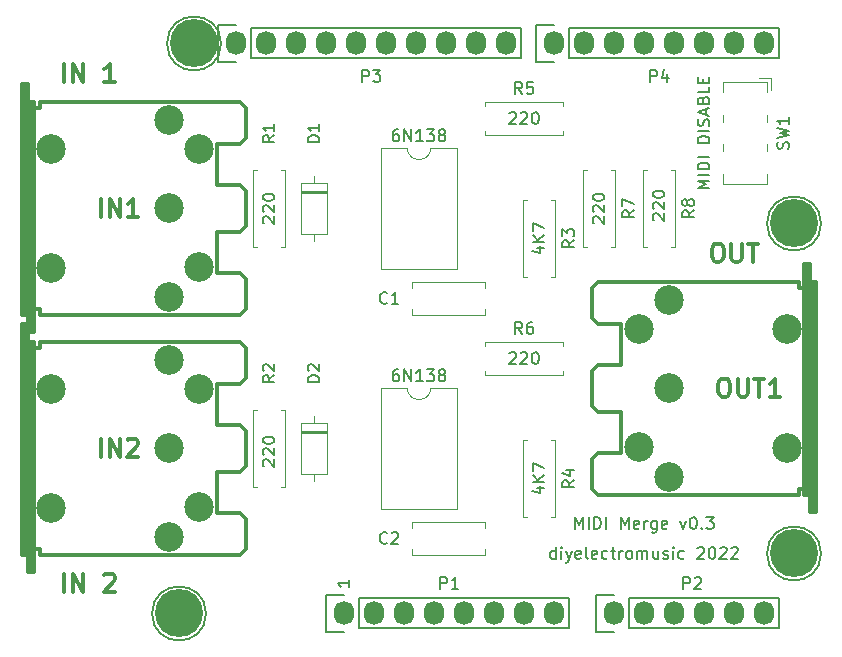
<source format=gbr>
%TF.GenerationSoftware,KiCad,Pcbnew,(6.0.5)*%
%TF.CreationDate,2022-06-13T14:52:15+01:00*%
%TF.ProjectId,ArduinoUnoMIDIMergeShield,41726475-696e-46f5-956e-6f4d4944494d,rev?*%
%TF.SameCoordinates,Original*%
%TF.FileFunction,Legend,Top*%
%TF.FilePolarity,Positive*%
%FSLAX46Y46*%
G04 Gerber Fmt 4.6, Leading zero omitted, Abs format (unit mm)*
G04 Created by KiCad (PCBNEW (6.0.5)) date 2022-06-13 14:52:15*
%MOMM*%
%LPD*%
G01*
G04 APERTURE LIST*
%ADD10C,0.200000*%
%ADD11C,0.150000*%
%ADD12C,0.304800*%
%ADD13C,0.120000*%
%ADD14O,1.727200X2.032000*%
%ADD15C,4.064000*%
%ADD16C,2.499360*%
G04 APERTURE END LIST*
D10*
X158504666Y-116657380D02*
X158504666Y-115657380D01*
X158838000Y-116371666D01*
X159171333Y-115657380D01*
X159171333Y-116657380D01*
X159647523Y-116657380D02*
X159647523Y-115657380D01*
X160123714Y-116657380D02*
X160123714Y-115657380D01*
X160361809Y-115657380D01*
X160504666Y-115705000D01*
X160599904Y-115800238D01*
X160647523Y-115895476D01*
X160695142Y-116085952D01*
X160695142Y-116228809D01*
X160647523Y-116419285D01*
X160599904Y-116514523D01*
X160504666Y-116609761D01*
X160361809Y-116657380D01*
X160123714Y-116657380D01*
X161123714Y-116657380D02*
X161123714Y-115657380D01*
X162361809Y-116657380D02*
X162361809Y-115657380D01*
X162695142Y-116371666D01*
X163028476Y-115657380D01*
X163028476Y-116657380D01*
X163885619Y-116609761D02*
X163790380Y-116657380D01*
X163599904Y-116657380D01*
X163504666Y-116609761D01*
X163457047Y-116514523D01*
X163457047Y-116133571D01*
X163504666Y-116038333D01*
X163599904Y-115990714D01*
X163790380Y-115990714D01*
X163885619Y-116038333D01*
X163933238Y-116133571D01*
X163933238Y-116228809D01*
X163457047Y-116324047D01*
X164361809Y-116657380D02*
X164361809Y-115990714D01*
X164361809Y-116181190D02*
X164409428Y-116085952D01*
X164457047Y-116038333D01*
X164552285Y-115990714D01*
X164647523Y-115990714D01*
X165409428Y-115990714D02*
X165409428Y-116800238D01*
X165361809Y-116895476D01*
X165314190Y-116943095D01*
X165218952Y-116990714D01*
X165076095Y-116990714D01*
X164980857Y-116943095D01*
X165409428Y-116609761D02*
X165314190Y-116657380D01*
X165123714Y-116657380D01*
X165028476Y-116609761D01*
X164980857Y-116562142D01*
X164933238Y-116466904D01*
X164933238Y-116181190D01*
X164980857Y-116085952D01*
X165028476Y-116038333D01*
X165123714Y-115990714D01*
X165314190Y-115990714D01*
X165409428Y-116038333D01*
X166266571Y-116609761D02*
X166171333Y-116657380D01*
X165980857Y-116657380D01*
X165885619Y-116609761D01*
X165838000Y-116514523D01*
X165838000Y-116133571D01*
X165885619Y-116038333D01*
X165980857Y-115990714D01*
X166171333Y-115990714D01*
X166266571Y-116038333D01*
X166314190Y-116133571D01*
X166314190Y-116228809D01*
X165838000Y-116324047D01*
X167409428Y-115990714D02*
X167647523Y-116657380D01*
X167885619Y-115990714D01*
X168457047Y-115657380D02*
X168552285Y-115657380D01*
X168647523Y-115705000D01*
X168695142Y-115752619D01*
X168742761Y-115847857D01*
X168790380Y-116038333D01*
X168790380Y-116276428D01*
X168742761Y-116466904D01*
X168695142Y-116562142D01*
X168647523Y-116609761D01*
X168552285Y-116657380D01*
X168457047Y-116657380D01*
X168361809Y-116609761D01*
X168314190Y-116562142D01*
X168266571Y-116466904D01*
X168218952Y-116276428D01*
X168218952Y-116038333D01*
X168266571Y-115847857D01*
X168314190Y-115752619D01*
X168361809Y-115705000D01*
X168457047Y-115657380D01*
X169218952Y-116562142D02*
X169266571Y-116609761D01*
X169218952Y-116657380D01*
X169171333Y-116609761D01*
X169218952Y-116562142D01*
X169218952Y-116657380D01*
X169599904Y-115657380D02*
X170218952Y-115657380D01*
X169885619Y-116038333D01*
X170028476Y-116038333D01*
X170123714Y-116085952D01*
X170171333Y-116133571D01*
X170218952Y-116228809D01*
X170218952Y-116466904D01*
X170171333Y-116562142D01*
X170123714Y-116609761D01*
X170028476Y-116657380D01*
X169742761Y-116657380D01*
X169647523Y-116609761D01*
X169599904Y-116562142D01*
X156861809Y-119197380D02*
X156861809Y-118197380D01*
X156861809Y-119149761D02*
X156766571Y-119197380D01*
X156576095Y-119197380D01*
X156480857Y-119149761D01*
X156433238Y-119102142D01*
X156385619Y-119006904D01*
X156385619Y-118721190D01*
X156433238Y-118625952D01*
X156480857Y-118578333D01*
X156576095Y-118530714D01*
X156766571Y-118530714D01*
X156861809Y-118578333D01*
X157338000Y-119197380D02*
X157338000Y-118530714D01*
X157338000Y-118197380D02*
X157290380Y-118245000D01*
X157338000Y-118292619D01*
X157385619Y-118245000D01*
X157338000Y-118197380D01*
X157338000Y-118292619D01*
X157718952Y-118530714D02*
X157957047Y-119197380D01*
X158195142Y-118530714D02*
X157957047Y-119197380D01*
X157861809Y-119435476D01*
X157814190Y-119483095D01*
X157718952Y-119530714D01*
X158957047Y-119149761D02*
X158861809Y-119197380D01*
X158671333Y-119197380D01*
X158576095Y-119149761D01*
X158528476Y-119054523D01*
X158528476Y-118673571D01*
X158576095Y-118578333D01*
X158671333Y-118530714D01*
X158861809Y-118530714D01*
X158957047Y-118578333D01*
X159004666Y-118673571D01*
X159004666Y-118768809D01*
X158528476Y-118864047D01*
X159576095Y-119197380D02*
X159480857Y-119149761D01*
X159433238Y-119054523D01*
X159433238Y-118197380D01*
X160338000Y-119149761D02*
X160242761Y-119197380D01*
X160052285Y-119197380D01*
X159957047Y-119149761D01*
X159909428Y-119054523D01*
X159909428Y-118673571D01*
X159957047Y-118578333D01*
X160052285Y-118530714D01*
X160242761Y-118530714D01*
X160338000Y-118578333D01*
X160385619Y-118673571D01*
X160385619Y-118768809D01*
X159909428Y-118864047D01*
X161242761Y-119149761D02*
X161147523Y-119197380D01*
X160957047Y-119197380D01*
X160861809Y-119149761D01*
X160814190Y-119102142D01*
X160766571Y-119006904D01*
X160766571Y-118721190D01*
X160814190Y-118625952D01*
X160861809Y-118578333D01*
X160957047Y-118530714D01*
X161147523Y-118530714D01*
X161242761Y-118578333D01*
X161528476Y-118530714D02*
X161909428Y-118530714D01*
X161671333Y-118197380D02*
X161671333Y-119054523D01*
X161718952Y-119149761D01*
X161814190Y-119197380D01*
X161909428Y-119197380D01*
X162242761Y-119197380D02*
X162242761Y-118530714D01*
X162242761Y-118721190D02*
X162290380Y-118625952D01*
X162338000Y-118578333D01*
X162433238Y-118530714D01*
X162528476Y-118530714D01*
X163004666Y-119197380D02*
X162909428Y-119149761D01*
X162861809Y-119102142D01*
X162814190Y-119006904D01*
X162814190Y-118721190D01*
X162861809Y-118625952D01*
X162909428Y-118578333D01*
X163004666Y-118530714D01*
X163147523Y-118530714D01*
X163242761Y-118578333D01*
X163290380Y-118625952D01*
X163338000Y-118721190D01*
X163338000Y-119006904D01*
X163290380Y-119102142D01*
X163242761Y-119149761D01*
X163147523Y-119197380D01*
X163004666Y-119197380D01*
X163766571Y-119197380D02*
X163766571Y-118530714D01*
X163766571Y-118625952D02*
X163814190Y-118578333D01*
X163909428Y-118530714D01*
X164052285Y-118530714D01*
X164147523Y-118578333D01*
X164195142Y-118673571D01*
X164195142Y-119197380D01*
X164195142Y-118673571D02*
X164242761Y-118578333D01*
X164338000Y-118530714D01*
X164480857Y-118530714D01*
X164576095Y-118578333D01*
X164623714Y-118673571D01*
X164623714Y-119197380D01*
X165528476Y-118530714D02*
X165528476Y-119197380D01*
X165099904Y-118530714D02*
X165099904Y-119054523D01*
X165147523Y-119149761D01*
X165242761Y-119197380D01*
X165385619Y-119197380D01*
X165480857Y-119149761D01*
X165528476Y-119102142D01*
X165957047Y-119149761D02*
X166052285Y-119197380D01*
X166242761Y-119197380D01*
X166338000Y-119149761D01*
X166385619Y-119054523D01*
X166385619Y-119006904D01*
X166338000Y-118911666D01*
X166242761Y-118864047D01*
X166099904Y-118864047D01*
X166004666Y-118816428D01*
X165957047Y-118721190D01*
X165957047Y-118673571D01*
X166004666Y-118578333D01*
X166099904Y-118530714D01*
X166242761Y-118530714D01*
X166338000Y-118578333D01*
X166814190Y-119197380D02*
X166814190Y-118530714D01*
X166814190Y-118197380D02*
X166766571Y-118245000D01*
X166814190Y-118292619D01*
X166861809Y-118245000D01*
X166814190Y-118197380D01*
X166814190Y-118292619D01*
X167718952Y-119149761D02*
X167623714Y-119197380D01*
X167433238Y-119197380D01*
X167338000Y-119149761D01*
X167290380Y-119102142D01*
X167242761Y-119006904D01*
X167242761Y-118721190D01*
X167290380Y-118625952D01*
X167338000Y-118578333D01*
X167433238Y-118530714D01*
X167623714Y-118530714D01*
X167718952Y-118578333D01*
X168861809Y-118292619D02*
X168909428Y-118245000D01*
X169004666Y-118197380D01*
X169242761Y-118197380D01*
X169338000Y-118245000D01*
X169385619Y-118292619D01*
X169433238Y-118387857D01*
X169433238Y-118483095D01*
X169385619Y-118625952D01*
X168814190Y-119197380D01*
X169433238Y-119197380D01*
X170052285Y-118197380D02*
X170147523Y-118197380D01*
X170242761Y-118245000D01*
X170290380Y-118292619D01*
X170338000Y-118387857D01*
X170385619Y-118578333D01*
X170385619Y-118816428D01*
X170338000Y-119006904D01*
X170290380Y-119102142D01*
X170242761Y-119149761D01*
X170147523Y-119197380D01*
X170052285Y-119197380D01*
X169957047Y-119149761D01*
X169909428Y-119102142D01*
X169861809Y-119006904D01*
X169814190Y-118816428D01*
X169814190Y-118578333D01*
X169861809Y-118387857D01*
X169909428Y-118292619D01*
X169957047Y-118245000D01*
X170052285Y-118197380D01*
X170766571Y-118292619D02*
X170814190Y-118245000D01*
X170909428Y-118197380D01*
X171147523Y-118197380D01*
X171242761Y-118245000D01*
X171290380Y-118292619D01*
X171338000Y-118387857D01*
X171338000Y-118483095D01*
X171290380Y-118625952D01*
X170718952Y-119197380D01*
X171338000Y-119197380D01*
X171718952Y-118292619D02*
X171766571Y-118245000D01*
X171861809Y-118197380D01*
X172099904Y-118197380D01*
X172195142Y-118245000D01*
X172242761Y-118292619D01*
X172290380Y-118387857D01*
X172290380Y-118483095D01*
X172242761Y-118625952D01*
X171671333Y-119197380D01*
X172290380Y-119197380D01*
D11*
X139390380Y-120999285D02*
X139390380Y-121570714D01*
X139390380Y-121285000D02*
X138390380Y-121285000D01*
X138533238Y-121380238D01*
X138628476Y-121475476D01*
X138676095Y-121570714D01*
%TO.C,P1*%
X147089904Y-121737380D02*
X147089904Y-120737380D01*
X147470857Y-120737380D01*
X147566095Y-120785000D01*
X147613714Y-120832619D01*
X147661333Y-120927857D01*
X147661333Y-121070714D01*
X147613714Y-121165952D01*
X147566095Y-121213571D01*
X147470857Y-121261190D01*
X147089904Y-121261190D01*
X148613714Y-121737380D02*
X148042285Y-121737380D01*
X148328000Y-121737380D02*
X148328000Y-120737380D01*
X148232761Y-120880238D01*
X148137523Y-120975476D01*
X148042285Y-121023095D01*
%TO.C,P2*%
X167663904Y-121737380D02*
X167663904Y-120737380D01*
X168044857Y-120737380D01*
X168140095Y-120785000D01*
X168187714Y-120832619D01*
X168235333Y-120927857D01*
X168235333Y-121070714D01*
X168187714Y-121165952D01*
X168140095Y-121213571D01*
X168044857Y-121261190D01*
X167663904Y-121261190D01*
X168616285Y-120832619D02*
X168663904Y-120785000D01*
X168759142Y-120737380D01*
X168997238Y-120737380D01*
X169092476Y-120785000D01*
X169140095Y-120832619D01*
X169187714Y-120927857D01*
X169187714Y-121023095D01*
X169140095Y-121165952D01*
X168568666Y-121737380D01*
X169187714Y-121737380D01*
%TO.C,P3*%
X140485904Y-78811380D02*
X140485904Y-77811380D01*
X140866857Y-77811380D01*
X140962095Y-77859000D01*
X141009714Y-77906619D01*
X141057333Y-78001857D01*
X141057333Y-78144714D01*
X141009714Y-78239952D01*
X140962095Y-78287571D01*
X140866857Y-78335190D01*
X140485904Y-78335190D01*
X141390666Y-77811380D02*
X142009714Y-77811380D01*
X141676380Y-78192333D01*
X141819238Y-78192333D01*
X141914476Y-78239952D01*
X141962095Y-78287571D01*
X142009714Y-78382809D01*
X142009714Y-78620904D01*
X141962095Y-78716142D01*
X141914476Y-78763761D01*
X141819238Y-78811380D01*
X141533523Y-78811380D01*
X141438285Y-78763761D01*
X141390666Y-78716142D01*
%TO.C,P4*%
X164869904Y-78811380D02*
X164869904Y-77811380D01*
X165250857Y-77811380D01*
X165346095Y-77859000D01*
X165393714Y-77906619D01*
X165441333Y-78001857D01*
X165441333Y-78144714D01*
X165393714Y-78239952D01*
X165346095Y-78287571D01*
X165250857Y-78335190D01*
X164869904Y-78335190D01*
X166298476Y-78144714D02*
X166298476Y-78811380D01*
X166060380Y-77763761D02*
X165822285Y-78478047D01*
X166441333Y-78478047D01*
%TO.C,D1*%
X136850380Y-83923095D02*
X135850380Y-83923095D01*
X135850380Y-83685000D01*
X135898000Y-83542142D01*
X135993238Y-83446904D01*
X136088476Y-83399285D01*
X136278952Y-83351666D01*
X136421809Y-83351666D01*
X136612285Y-83399285D01*
X136707523Y-83446904D01*
X136802761Y-83542142D01*
X136850380Y-83685000D01*
X136850380Y-83923095D01*
X136850380Y-82399285D02*
X136850380Y-82970714D01*
X136850380Y-82685000D02*
X135850380Y-82685000D01*
X135993238Y-82780238D01*
X136088476Y-82875476D01*
X136136095Y-82970714D01*
%TO.C,D2*%
X136850380Y-104243095D02*
X135850380Y-104243095D01*
X135850380Y-104005000D01*
X135898000Y-103862142D01*
X135993238Y-103766904D01*
X136088476Y-103719285D01*
X136278952Y-103671666D01*
X136421809Y-103671666D01*
X136612285Y-103719285D01*
X136707523Y-103766904D01*
X136802761Y-103862142D01*
X136850380Y-104005000D01*
X136850380Y-104243095D01*
X135945619Y-103290714D02*
X135898000Y-103243095D01*
X135850380Y-103147857D01*
X135850380Y-102909761D01*
X135898000Y-102814523D01*
X135945619Y-102766904D01*
X136040857Y-102719285D01*
X136136095Y-102719285D01*
X136278952Y-102766904D01*
X136850380Y-103338333D01*
X136850380Y-102719285D01*
D12*
%TO.C,IN1*%
X118364000Y-90224428D02*
X118364000Y-88700428D01*
X119089714Y-90224428D02*
X119089714Y-88700428D01*
X119960571Y-90224428D01*
X119960571Y-88700428D01*
X121484571Y-90224428D02*
X120613714Y-90224428D01*
X121049142Y-90224428D02*
X121049142Y-88700428D01*
X120904000Y-88918142D01*
X120758857Y-89063285D01*
X120613714Y-89135857D01*
X115243428Y-78794428D02*
X115243428Y-77270428D01*
X115969142Y-78794428D02*
X115969142Y-77270428D01*
X116840000Y-78794428D01*
X116840000Y-77270428D01*
X119525142Y-78794428D02*
X118654285Y-78794428D01*
X119089714Y-78794428D02*
X119089714Y-77270428D01*
X118944571Y-77488142D01*
X118799428Y-77633285D01*
X118654285Y-77705857D01*
%TO.C,IN2*%
X118364000Y-110544428D02*
X118364000Y-109020428D01*
X119089714Y-110544428D02*
X119089714Y-109020428D01*
X119960571Y-110544428D01*
X119960571Y-109020428D01*
X120613714Y-109165571D02*
X120686285Y-109093000D01*
X120831428Y-109020428D01*
X121194285Y-109020428D01*
X121339428Y-109093000D01*
X121412000Y-109165571D01*
X121484571Y-109310714D01*
X121484571Y-109455857D01*
X121412000Y-109673571D01*
X120541142Y-110544428D01*
X121484571Y-110544428D01*
X115243428Y-121974428D02*
X115243428Y-120450428D01*
X115969142Y-121974428D02*
X115969142Y-120450428D01*
X116840000Y-121974428D01*
X116840000Y-120450428D01*
X118654285Y-120595571D02*
X118726857Y-120523000D01*
X118872000Y-120450428D01*
X119234857Y-120450428D01*
X119380000Y-120523000D01*
X119452571Y-120595571D01*
X119525142Y-120740714D01*
X119525142Y-120885857D01*
X119452571Y-121103571D01*
X118581714Y-121974428D01*
X119525142Y-121974428D01*
%TO.C,OUT1*%
X170978285Y-103940428D02*
X171268571Y-103940428D01*
X171413714Y-104013000D01*
X171558857Y-104158142D01*
X171631428Y-104448428D01*
X171631428Y-104956428D01*
X171558857Y-105246714D01*
X171413714Y-105391857D01*
X171268571Y-105464428D01*
X170978285Y-105464428D01*
X170833142Y-105391857D01*
X170688000Y-105246714D01*
X170615428Y-104956428D01*
X170615428Y-104448428D01*
X170688000Y-104158142D01*
X170833142Y-104013000D01*
X170978285Y-103940428D01*
X172284571Y-103940428D02*
X172284571Y-105174142D01*
X172357142Y-105319285D01*
X172429714Y-105391857D01*
X172574857Y-105464428D01*
X172865142Y-105464428D01*
X173010285Y-105391857D01*
X173082857Y-105319285D01*
X173155428Y-105174142D01*
X173155428Y-103940428D01*
X173663428Y-103940428D02*
X174534285Y-103940428D01*
X174098857Y-105464428D02*
X174098857Y-103940428D01*
X175840571Y-105464428D02*
X174969714Y-105464428D01*
X175405142Y-105464428D02*
X175405142Y-103940428D01*
X175260000Y-104158142D01*
X175114857Y-104303285D01*
X174969714Y-104375857D01*
X170434000Y-92510428D02*
X170724285Y-92510428D01*
X170869428Y-92583000D01*
X171014571Y-92728142D01*
X171087142Y-93018428D01*
X171087142Y-93526428D01*
X171014571Y-93816714D01*
X170869428Y-93961857D01*
X170724285Y-94034428D01*
X170434000Y-94034428D01*
X170288857Y-93961857D01*
X170143714Y-93816714D01*
X170071142Y-93526428D01*
X170071142Y-93018428D01*
X170143714Y-92728142D01*
X170288857Y-92583000D01*
X170434000Y-92510428D01*
X171740285Y-92510428D02*
X171740285Y-93744142D01*
X171812857Y-93889285D01*
X171885428Y-93961857D01*
X172030571Y-94034428D01*
X172320857Y-94034428D01*
X172466000Y-93961857D01*
X172538571Y-93889285D01*
X172611142Y-93744142D01*
X172611142Y-92510428D01*
X173119142Y-92510428D02*
X173990000Y-92510428D01*
X173554571Y-94034428D02*
X173554571Y-92510428D01*
D11*
%TO.C,R1*%
X133040380Y-83351666D02*
X132564190Y-83685000D01*
X133040380Y-83923095D02*
X132040380Y-83923095D01*
X132040380Y-83542142D01*
X132088000Y-83446904D01*
X132135619Y-83399285D01*
X132230857Y-83351666D01*
X132373714Y-83351666D01*
X132468952Y-83399285D01*
X132516571Y-83446904D01*
X132564190Y-83542142D01*
X132564190Y-83923095D01*
X133040380Y-82399285D02*
X133040380Y-82970714D01*
X133040380Y-82685000D02*
X132040380Y-82685000D01*
X132183238Y-82780238D01*
X132278476Y-82875476D01*
X132326095Y-82970714D01*
X132135619Y-90773095D02*
X132088000Y-90725476D01*
X132040380Y-90630238D01*
X132040380Y-90392142D01*
X132088000Y-90296904D01*
X132135619Y-90249285D01*
X132230857Y-90201666D01*
X132326095Y-90201666D01*
X132468952Y-90249285D01*
X133040380Y-90820714D01*
X133040380Y-90201666D01*
X132135619Y-89820714D02*
X132088000Y-89773095D01*
X132040380Y-89677857D01*
X132040380Y-89439761D01*
X132088000Y-89344523D01*
X132135619Y-89296904D01*
X132230857Y-89249285D01*
X132326095Y-89249285D01*
X132468952Y-89296904D01*
X133040380Y-89868333D01*
X133040380Y-89249285D01*
X132040380Y-88630238D02*
X132040380Y-88535000D01*
X132088000Y-88439761D01*
X132135619Y-88392142D01*
X132230857Y-88344523D01*
X132421333Y-88296904D01*
X132659428Y-88296904D01*
X132849904Y-88344523D01*
X132945142Y-88392142D01*
X132992761Y-88439761D01*
X133040380Y-88535000D01*
X133040380Y-88630238D01*
X132992761Y-88725476D01*
X132945142Y-88773095D01*
X132849904Y-88820714D01*
X132659428Y-88868333D01*
X132421333Y-88868333D01*
X132230857Y-88820714D01*
X132135619Y-88773095D01*
X132088000Y-88725476D01*
X132040380Y-88630238D01*
%TO.C,R2*%
X133040380Y-103671666D02*
X132564190Y-104005000D01*
X133040380Y-104243095D02*
X132040380Y-104243095D01*
X132040380Y-103862142D01*
X132088000Y-103766904D01*
X132135619Y-103719285D01*
X132230857Y-103671666D01*
X132373714Y-103671666D01*
X132468952Y-103719285D01*
X132516571Y-103766904D01*
X132564190Y-103862142D01*
X132564190Y-104243095D01*
X132135619Y-103290714D02*
X132088000Y-103243095D01*
X132040380Y-103147857D01*
X132040380Y-102909761D01*
X132088000Y-102814523D01*
X132135619Y-102766904D01*
X132230857Y-102719285D01*
X132326095Y-102719285D01*
X132468952Y-102766904D01*
X133040380Y-103338333D01*
X133040380Y-102719285D01*
X132135619Y-111347095D02*
X132088000Y-111299476D01*
X132040380Y-111204238D01*
X132040380Y-110966142D01*
X132088000Y-110870904D01*
X132135619Y-110823285D01*
X132230857Y-110775666D01*
X132326095Y-110775666D01*
X132468952Y-110823285D01*
X133040380Y-111394714D01*
X133040380Y-110775666D01*
X132135619Y-110394714D02*
X132088000Y-110347095D01*
X132040380Y-110251857D01*
X132040380Y-110013761D01*
X132088000Y-109918523D01*
X132135619Y-109870904D01*
X132230857Y-109823285D01*
X132326095Y-109823285D01*
X132468952Y-109870904D01*
X133040380Y-110442333D01*
X133040380Y-109823285D01*
X132040380Y-109204238D02*
X132040380Y-109109000D01*
X132088000Y-109013761D01*
X132135619Y-108966142D01*
X132230857Y-108918523D01*
X132421333Y-108870904D01*
X132659428Y-108870904D01*
X132849904Y-108918523D01*
X132945142Y-108966142D01*
X132992761Y-109013761D01*
X133040380Y-109109000D01*
X133040380Y-109204238D01*
X132992761Y-109299476D01*
X132945142Y-109347095D01*
X132849904Y-109394714D01*
X132659428Y-109442333D01*
X132421333Y-109442333D01*
X132230857Y-109394714D01*
X132135619Y-109347095D01*
X132088000Y-109299476D01*
X132040380Y-109204238D01*
%TO.C,R3*%
X158420380Y-92241666D02*
X157944190Y-92575000D01*
X158420380Y-92813095D02*
X157420380Y-92813095D01*
X157420380Y-92432142D01*
X157468000Y-92336904D01*
X157515619Y-92289285D01*
X157610857Y-92241666D01*
X157753714Y-92241666D01*
X157848952Y-92289285D01*
X157896571Y-92336904D01*
X157944190Y-92432142D01*
X157944190Y-92813095D01*
X157420380Y-91908333D02*
X157420380Y-91289285D01*
X157801333Y-91622619D01*
X157801333Y-91479761D01*
X157848952Y-91384523D01*
X157896571Y-91336904D01*
X157991809Y-91289285D01*
X158229904Y-91289285D01*
X158325142Y-91336904D01*
X158372761Y-91384523D01*
X158420380Y-91479761D01*
X158420380Y-91765476D01*
X158372761Y-91860714D01*
X158325142Y-91908333D01*
X155233714Y-92860714D02*
X155900380Y-92860714D01*
X154852761Y-93098809D02*
X155567047Y-93336904D01*
X155567047Y-92717857D01*
X155900380Y-92336904D02*
X154900380Y-92336904D01*
X155900380Y-91765476D02*
X155328952Y-92194047D01*
X154900380Y-91765476D02*
X155471809Y-92336904D01*
X154900380Y-91432142D02*
X154900380Y-90765476D01*
X155900380Y-91194047D01*
%TO.C,R4*%
X158420380Y-112561666D02*
X157944190Y-112895000D01*
X158420380Y-113133095D02*
X157420380Y-113133095D01*
X157420380Y-112752142D01*
X157468000Y-112656904D01*
X157515619Y-112609285D01*
X157610857Y-112561666D01*
X157753714Y-112561666D01*
X157848952Y-112609285D01*
X157896571Y-112656904D01*
X157944190Y-112752142D01*
X157944190Y-113133095D01*
X157753714Y-111704523D02*
X158420380Y-111704523D01*
X157372761Y-111942619D02*
X158087047Y-112180714D01*
X158087047Y-111561666D01*
X155233714Y-113180714D02*
X155900380Y-113180714D01*
X154852761Y-113418809D02*
X155567047Y-113656904D01*
X155567047Y-113037857D01*
X155900380Y-112656904D02*
X154900380Y-112656904D01*
X155900380Y-112085476D02*
X155328952Y-112514047D01*
X154900380Y-112085476D02*
X155471809Y-112656904D01*
X154900380Y-111752142D02*
X154900380Y-111085476D01*
X155900380Y-111514047D01*
%TO.C,R5*%
X154011333Y-79847380D02*
X153678000Y-79371190D01*
X153439904Y-79847380D02*
X153439904Y-78847380D01*
X153820857Y-78847380D01*
X153916095Y-78895000D01*
X153963714Y-78942619D01*
X154011333Y-79037857D01*
X154011333Y-79180714D01*
X153963714Y-79275952D01*
X153916095Y-79323571D01*
X153820857Y-79371190D01*
X153439904Y-79371190D01*
X154916095Y-78847380D02*
X154439904Y-78847380D01*
X154392285Y-79323571D01*
X154439904Y-79275952D01*
X154535142Y-79228333D01*
X154773238Y-79228333D01*
X154868476Y-79275952D01*
X154916095Y-79323571D01*
X154963714Y-79418809D01*
X154963714Y-79656904D01*
X154916095Y-79752142D01*
X154868476Y-79799761D01*
X154773238Y-79847380D01*
X154535142Y-79847380D01*
X154439904Y-79799761D01*
X154392285Y-79752142D01*
X152939904Y-81462619D02*
X152987523Y-81415000D01*
X153082761Y-81367380D01*
X153320857Y-81367380D01*
X153416095Y-81415000D01*
X153463714Y-81462619D01*
X153511333Y-81557857D01*
X153511333Y-81653095D01*
X153463714Y-81795952D01*
X152892285Y-82367380D01*
X153511333Y-82367380D01*
X153892285Y-81462619D02*
X153939904Y-81415000D01*
X154035142Y-81367380D01*
X154273238Y-81367380D01*
X154368476Y-81415000D01*
X154416095Y-81462619D01*
X154463714Y-81557857D01*
X154463714Y-81653095D01*
X154416095Y-81795952D01*
X153844666Y-82367380D01*
X154463714Y-82367380D01*
X155082761Y-81367380D02*
X155178000Y-81367380D01*
X155273238Y-81415000D01*
X155320857Y-81462619D01*
X155368476Y-81557857D01*
X155416095Y-81748333D01*
X155416095Y-81986428D01*
X155368476Y-82176904D01*
X155320857Y-82272142D01*
X155273238Y-82319761D01*
X155178000Y-82367380D01*
X155082761Y-82367380D01*
X154987523Y-82319761D01*
X154939904Y-82272142D01*
X154892285Y-82176904D01*
X154844666Y-81986428D01*
X154844666Y-81748333D01*
X154892285Y-81557857D01*
X154939904Y-81462619D01*
X154987523Y-81415000D01*
X155082761Y-81367380D01*
%TO.C,R6*%
X154011333Y-100167380D02*
X153678000Y-99691190D01*
X153439904Y-100167380D02*
X153439904Y-99167380D01*
X153820857Y-99167380D01*
X153916095Y-99215000D01*
X153963714Y-99262619D01*
X154011333Y-99357857D01*
X154011333Y-99500714D01*
X153963714Y-99595952D01*
X153916095Y-99643571D01*
X153820857Y-99691190D01*
X153439904Y-99691190D01*
X154868476Y-99167380D02*
X154678000Y-99167380D01*
X154582761Y-99215000D01*
X154535142Y-99262619D01*
X154439904Y-99405476D01*
X154392285Y-99595952D01*
X154392285Y-99976904D01*
X154439904Y-100072142D01*
X154487523Y-100119761D01*
X154582761Y-100167380D01*
X154773238Y-100167380D01*
X154868476Y-100119761D01*
X154916095Y-100072142D01*
X154963714Y-99976904D01*
X154963714Y-99738809D01*
X154916095Y-99643571D01*
X154868476Y-99595952D01*
X154773238Y-99548333D01*
X154582761Y-99548333D01*
X154487523Y-99595952D01*
X154439904Y-99643571D01*
X154392285Y-99738809D01*
X152939904Y-101782619D02*
X152987523Y-101735000D01*
X153082761Y-101687380D01*
X153320857Y-101687380D01*
X153416095Y-101735000D01*
X153463714Y-101782619D01*
X153511333Y-101877857D01*
X153511333Y-101973095D01*
X153463714Y-102115952D01*
X152892285Y-102687380D01*
X153511333Y-102687380D01*
X153892285Y-101782619D02*
X153939904Y-101735000D01*
X154035142Y-101687380D01*
X154273238Y-101687380D01*
X154368476Y-101735000D01*
X154416095Y-101782619D01*
X154463714Y-101877857D01*
X154463714Y-101973095D01*
X154416095Y-102115952D01*
X153844666Y-102687380D01*
X154463714Y-102687380D01*
X155082761Y-101687380D02*
X155178000Y-101687380D01*
X155273238Y-101735000D01*
X155320857Y-101782619D01*
X155368476Y-101877857D01*
X155416095Y-102068333D01*
X155416095Y-102306428D01*
X155368476Y-102496904D01*
X155320857Y-102592142D01*
X155273238Y-102639761D01*
X155178000Y-102687380D01*
X155082761Y-102687380D01*
X154987523Y-102639761D01*
X154939904Y-102592142D01*
X154892285Y-102496904D01*
X154844666Y-102306428D01*
X154844666Y-102068333D01*
X154892285Y-101877857D01*
X154939904Y-101782619D01*
X154987523Y-101735000D01*
X155082761Y-101687380D01*
%TO.C,R7*%
X163500380Y-89701666D02*
X163024190Y-90035000D01*
X163500380Y-90273095D02*
X162500380Y-90273095D01*
X162500380Y-89892142D01*
X162548000Y-89796904D01*
X162595619Y-89749285D01*
X162690857Y-89701666D01*
X162833714Y-89701666D01*
X162928952Y-89749285D01*
X162976571Y-89796904D01*
X163024190Y-89892142D01*
X163024190Y-90273095D01*
X162500380Y-89368333D02*
X162500380Y-88701666D01*
X163500380Y-89130238D01*
X160075619Y-90773095D02*
X160028000Y-90725476D01*
X159980380Y-90630238D01*
X159980380Y-90392142D01*
X160028000Y-90296904D01*
X160075619Y-90249285D01*
X160170857Y-90201666D01*
X160266095Y-90201666D01*
X160408952Y-90249285D01*
X160980380Y-90820714D01*
X160980380Y-90201666D01*
X160075619Y-89820714D02*
X160028000Y-89773095D01*
X159980380Y-89677857D01*
X159980380Y-89439761D01*
X160028000Y-89344523D01*
X160075619Y-89296904D01*
X160170857Y-89249285D01*
X160266095Y-89249285D01*
X160408952Y-89296904D01*
X160980380Y-89868333D01*
X160980380Y-89249285D01*
X159980380Y-88630238D02*
X159980380Y-88535000D01*
X160028000Y-88439761D01*
X160075619Y-88392142D01*
X160170857Y-88344523D01*
X160361333Y-88296904D01*
X160599428Y-88296904D01*
X160789904Y-88344523D01*
X160885142Y-88392142D01*
X160932761Y-88439761D01*
X160980380Y-88535000D01*
X160980380Y-88630238D01*
X160932761Y-88725476D01*
X160885142Y-88773095D01*
X160789904Y-88820714D01*
X160599428Y-88868333D01*
X160361333Y-88868333D01*
X160170857Y-88820714D01*
X160075619Y-88773095D01*
X160028000Y-88725476D01*
X159980380Y-88630238D01*
%TO.C,R8*%
X168580380Y-89701666D02*
X168104190Y-90035000D01*
X168580380Y-90273095D02*
X167580380Y-90273095D01*
X167580380Y-89892142D01*
X167628000Y-89796904D01*
X167675619Y-89749285D01*
X167770857Y-89701666D01*
X167913714Y-89701666D01*
X168008952Y-89749285D01*
X168056571Y-89796904D01*
X168104190Y-89892142D01*
X168104190Y-90273095D01*
X168008952Y-89130238D02*
X167961333Y-89225476D01*
X167913714Y-89273095D01*
X167818476Y-89320714D01*
X167770857Y-89320714D01*
X167675619Y-89273095D01*
X167628000Y-89225476D01*
X167580380Y-89130238D01*
X167580380Y-88939761D01*
X167628000Y-88844523D01*
X167675619Y-88796904D01*
X167770857Y-88749285D01*
X167818476Y-88749285D01*
X167913714Y-88796904D01*
X167961333Y-88844523D01*
X168008952Y-88939761D01*
X168008952Y-89130238D01*
X168056571Y-89225476D01*
X168104190Y-89273095D01*
X168199428Y-89320714D01*
X168389904Y-89320714D01*
X168485142Y-89273095D01*
X168532761Y-89225476D01*
X168580380Y-89130238D01*
X168580380Y-88939761D01*
X168532761Y-88844523D01*
X168485142Y-88796904D01*
X168389904Y-88749285D01*
X168199428Y-88749285D01*
X168104190Y-88796904D01*
X168056571Y-88844523D01*
X168008952Y-88939761D01*
X165155619Y-90519095D02*
X165108000Y-90471476D01*
X165060380Y-90376238D01*
X165060380Y-90138142D01*
X165108000Y-90042904D01*
X165155619Y-89995285D01*
X165250857Y-89947666D01*
X165346095Y-89947666D01*
X165488952Y-89995285D01*
X166060380Y-90566714D01*
X166060380Y-89947666D01*
X165155619Y-89566714D02*
X165108000Y-89519095D01*
X165060380Y-89423857D01*
X165060380Y-89185761D01*
X165108000Y-89090523D01*
X165155619Y-89042904D01*
X165250857Y-88995285D01*
X165346095Y-88995285D01*
X165488952Y-89042904D01*
X166060380Y-89614333D01*
X166060380Y-88995285D01*
X165060380Y-88376238D02*
X165060380Y-88281000D01*
X165108000Y-88185761D01*
X165155619Y-88138142D01*
X165250857Y-88090523D01*
X165441333Y-88042904D01*
X165679428Y-88042904D01*
X165869904Y-88090523D01*
X165965142Y-88138142D01*
X166012761Y-88185761D01*
X166060380Y-88281000D01*
X166060380Y-88376238D01*
X166012761Y-88471476D01*
X165965142Y-88519095D01*
X165869904Y-88566714D01*
X165679428Y-88614333D01*
X165441333Y-88614333D01*
X165250857Y-88566714D01*
X165155619Y-88519095D01*
X165108000Y-88471476D01*
X165060380Y-88376238D01*
%TO.C,SW1*%
X176552761Y-84478333D02*
X176600380Y-84335476D01*
X176600380Y-84097380D01*
X176552761Y-84002142D01*
X176505142Y-83954523D01*
X176409904Y-83906904D01*
X176314666Y-83906904D01*
X176219428Y-83954523D01*
X176171809Y-84002142D01*
X176124190Y-84097380D01*
X176076571Y-84287857D01*
X176028952Y-84383095D01*
X175981333Y-84430714D01*
X175886095Y-84478333D01*
X175790857Y-84478333D01*
X175695619Y-84430714D01*
X175648000Y-84383095D01*
X175600380Y-84287857D01*
X175600380Y-84049761D01*
X175648000Y-83906904D01*
X175600380Y-83573571D02*
X176600380Y-83335476D01*
X175886095Y-83145000D01*
X176600380Y-82954523D01*
X175600380Y-82716428D01*
X176600380Y-81811666D02*
X176600380Y-82383095D01*
X176600380Y-82097380D02*
X175600380Y-82097380D01*
X175743238Y-82192619D01*
X175838476Y-82287857D01*
X175886095Y-82383095D01*
X169870380Y-87835476D02*
X168870380Y-87835476D01*
X169584666Y-87502142D01*
X168870380Y-87168809D01*
X169870380Y-87168809D01*
X169870380Y-86692619D02*
X168870380Y-86692619D01*
X169870380Y-86216428D02*
X168870380Y-86216428D01*
X168870380Y-85978333D01*
X168918000Y-85835476D01*
X169013238Y-85740238D01*
X169108476Y-85692619D01*
X169298952Y-85645000D01*
X169441809Y-85645000D01*
X169632285Y-85692619D01*
X169727523Y-85740238D01*
X169822761Y-85835476D01*
X169870380Y-85978333D01*
X169870380Y-86216428D01*
X169870380Y-85216428D02*
X168870380Y-85216428D01*
X169870380Y-83978333D02*
X168870380Y-83978333D01*
X168870380Y-83740238D01*
X168918000Y-83597380D01*
X169013238Y-83502142D01*
X169108476Y-83454523D01*
X169298952Y-83406904D01*
X169441809Y-83406904D01*
X169632285Y-83454523D01*
X169727523Y-83502142D01*
X169822761Y-83597380D01*
X169870380Y-83740238D01*
X169870380Y-83978333D01*
X169870380Y-82978333D02*
X168870380Y-82978333D01*
X169822761Y-82549761D02*
X169870380Y-82406904D01*
X169870380Y-82168809D01*
X169822761Y-82073571D01*
X169775142Y-82025952D01*
X169679904Y-81978333D01*
X169584666Y-81978333D01*
X169489428Y-82025952D01*
X169441809Y-82073571D01*
X169394190Y-82168809D01*
X169346571Y-82359285D01*
X169298952Y-82454523D01*
X169251333Y-82502142D01*
X169156095Y-82549761D01*
X169060857Y-82549761D01*
X168965619Y-82502142D01*
X168918000Y-82454523D01*
X168870380Y-82359285D01*
X168870380Y-82121190D01*
X168918000Y-81978333D01*
X169584666Y-81597380D02*
X169584666Y-81121190D01*
X169870380Y-81692619D02*
X168870380Y-81359285D01*
X169870380Y-81025952D01*
X169346571Y-80359285D02*
X169394190Y-80216428D01*
X169441809Y-80168809D01*
X169537047Y-80121190D01*
X169679904Y-80121190D01*
X169775142Y-80168809D01*
X169822761Y-80216428D01*
X169870380Y-80311666D01*
X169870380Y-80692619D01*
X168870380Y-80692619D01*
X168870380Y-80359285D01*
X168918000Y-80264047D01*
X168965619Y-80216428D01*
X169060857Y-80168809D01*
X169156095Y-80168809D01*
X169251333Y-80216428D01*
X169298952Y-80264047D01*
X169346571Y-80359285D01*
X169346571Y-80692619D01*
X169870380Y-79216428D02*
X169870380Y-79692619D01*
X168870380Y-79692619D01*
X169346571Y-78883095D02*
X169346571Y-78549761D01*
X169870380Y-78406904D02*
X169870380Y-78883095D01*
X168870380Y-78883095D01*
X168870380Y-78406904D01*
%TO.C,6N138*%
X143526095Y-82847380D02*
X143335619Y-82847380D01*
X143240380Y-82895000D01*
X143192761Y-82942619D01*
X143097523Y-83085476D01*
X143049904Y-83275952D01*
X143049904Y-83656904D01*
X143097523Y-83752142D01*
X143145142Y-83799761D01*
X143240380Y-83847380D01*
X143430857Y-83847380D01*
X143526095Y-83799761D01*
X143573714Y-83752142D01*
X143621333Y-83656904D01*
X143621333Y-83418809D01*
X143573714Y-83323571D01*
X143526095Y-83275952D01*
X143430857Y-83228333D01*
X143240380Y-83228333D01*
X143145142Y-83275952D01*
X143097523Y-83323571D01*
X143049904Y-83418809D01*
X144049904Y-83847380D02*
X144049904Y-82847380D01*
X144621333Y-83847380D01*
X144621333Y-82847380D01*
X145621333Y-83847380D02*
X145049904Y-83847380D01*
X145335619Y-83847380D02*
X145335619Y-82847380D01*
X145240380Y-82990238D01*
X145145142Y-83085476D01*
X145049904Y-83133095D01*
X145954666Y-82847380D02*
X146573714Y-82847380D01*
X146240380Y-83228333D01*
X146383238Y-83228333D01*
X146478476Y-83275952D01*
X146526095Y-83323571D01*
X146573714Y-83418809D01*
X146573714Y-83656904D01*
X146526095Y-83752142D01*
X146478476Y-83799761D01*
X146383238Y-83847380D01*
X146097523Y-83847380D01*
X146002285Y-83799761D01*
X145954666Y-83752142D01*
X147145142Y-83275952D02*
X147049904Y-83228333D01*
X147002285Y-83180714D01*
X146954666Y-83085476D01*
X146954666Y-83037857D01*
X147002285Y-82942619D01*
X147049904Y-82895000D01*
X147145142Y-82847380D01*
X147335619Y-82847380D01*
X147430857Y-82895000D01*
X147478476Y-82942619D01*
X147526095Y-83037857D01*
X147526095Y-83085476D01*
X147478476Y-83180714D01*
X147430857Y-83228333D01*
X147335619Y-83275952D01*
X147145142Y-83275952D01*
X147049904Y-83323571D01*
X147002285Y-83371190D01*
X146954666Y-83466428D01*
X146954666Y-83656904D01*
X147002285Y-83752142D01*
X147049904Y-83799761D01*
X147145142Y-83847380D01*
X147335619Y-83847380D01*
X147430857Y-83799761D01*
X147478476Y-83752142D01*
X147526095Y-83656904D01*
X147526095Y-83466428D01*
X147478476Y-83371190D01*
X147430857Y-83323571D01*
X147335619Y-83275952D01*
X143526095Y-103167380D02*
X143335619Y-103167380D01*
X143240380Y-103215000D01*
X143192761Y-103262619D01*
X143097523Y-103405476D01*
X143049904Y-103595952D01*
X143049904Y-103976904D01*
X143097523Y-104072142D01*
X143145142Y-104119761D01*
X143240380Y-104167380D01*
X143430857Y-104167380D01*
X143526095Y-104119761D01*
X143573714Y-104072142D01*
X143621333Y-103976904D01*
X143621333Y-103738809D01*
X143573714Y-103643571D01*
X143526095Y-103595952D01*
X143430857Y-103548333D01*
X143240380Y-103548333D01*
X143145142Y-103595952D01*
X143097523Y-103643571D01*
X143049904Y-103738809D01*
X144049904Y-104167380D02*
X144049904Y-103167380D01*
X144621333Y-104167380D01*
X144621333Y-103167380D01*
X145621333Y-104167380D02*
X145049904Y-104167380D01*
X145335619Y-104167380D02*
X145335619Y-103167380D01*
X145240380Y-103310238D01*
X145145142Y-103405476D01*
X145049904Y-103453095D01*
X145954666Y-103167380D02*
X146573714Y-103167380D01*
X146240380Y-103548333D01*
X146383238Y-103548333D01*
X146478476Y-103595952D01*
X146526095Y-103643571D01*
X146573714Y-103738809D01*
X146573714Y-103976904D01*
X146526095Y-104072142D01*
X146478476Y-104119761D01*
X146383238Y-104167380D01*
X146097523Y-104167380D01*
X146002285Y-104119761D01*
X145954666Y-104072142D01*
X147145142Y-103595952D02*
X147049904Y-103548333D01*
X147002285Y-103500714D01*
X146954666Y-103405476D01*
X146954666Y-103357857D01*
X147002285Y-103262619D01*
X147049904Y-103215000D01*
X147145142Y-103167380D01*
X147335619Y-103167380D01*
X147430857Y-103215000D01*
X147478476Y-103262619D01*
X147526095Y-103357857D01*
X147526095Y-103405476D01*
X147478476Y-103500714D01*
X147430857Y-103548333D01*
X147335619Y-103595952D01*
X147145142Y-103595952D01*
X147049904Y-103643571D01*
X147002285Y-103691190D01*
X146954666Y-103786428D01*
X146954666Y-103976904D01*
X147002285Y-104072142D01*
X147049904Y-104119761D01*
X147145142Y-104167380D01*
X147335619Y-104167380D01*
X147430857Y-104119761D01*
X147478476Y-104072142D01*
X147526095Y-103976904D01*
X147526095Y-103786428D01*
X147478476Y-103691190D01*
X147430857Y-103643571D01*
X147335619Y-103595952D01*
%TO.C,C1*%
X142581333Y-97512142D02*
X142533714Y-97559761D01*
X142390857Y-97607380D01*
X142295619Y-97607380D01*
X142152761Y-97559761D01*
X142057523Y-97464523D01*
X142009904Y-97369285D01*
X141962285Y-97178809D01*
X141962285Y-97035952D01*
X142009904Y-96845476D01*
X142057523Y-96750238D01*
X142152761Y-96655000D01*
X142295619Y-96607380D01*
X142390857Y-96607380D01*
X142533714Y-96655000D01*
X142581333Y-96702619D01*
X143533714Y-97607380D02*
X142962285Y-97607380D01*
X143248000Y-97607380D02*
X143248000Y-96607380D01*
X143152761Y-96750238D01*
X143057523Y-96845476D01*
X142962285Y-96893095D01*
%TO.C,C2*%
X142581333Y-117832142D02*
X142533714Y-117879761D01*
X142390857Y-117927380D01*
X142295619Y-117927380D01*
X142152761Y-117879761D01*
X142057523Y-117784523D01*
X142009904Y-117689285D01*
X141962285Y-117498809D01*
X141962285Y-117355952D01*
X142009904Y-117165476D01*
X142057523Y-117070238D01*
X142152761Y-116975000D01*
X142295619Y-116927380D01*
X142390857Y-116927380D01*
X142533714Y-116975000D01*
X142581333Y-117022619D01*
X142962285Y-117022619D02*
X143009904Y-116975000D01*
X143105142Y-116927380D01*
X143343238Y-116927380D01*
X143438476Y-116975000D01*
X143486095Y-117022619D01*
X143533714Y-117117857D01*
X143533714Y-117213095D01*
X143486095Y-117355952D01*
X142914666Y-117927380D01*
X143533714Y-117927380D01*
%TO.C,P1*%
X140208000Y-125095000D02*
X157988000Y-125095000D01*
X137388000Y-122275000D02*
X137388000Y-125375000D01*
X140208000Y-125095000D02*
X140208000Y-122555000D01*
X157988000Y-122555000D02*
X140208000Y-122555000D01*
X137388000Y-125375000D02*
X138938000Y-125375000D01*
X138938000Y-122275000D02*
X137388000Y-122275000D01*
X157988000Y-125095000D02*
X157988000Y-122555000D01*
%TO.C,P2*%
X175768000Y-122555000D02*
X163068000Y-122555000D01*
X160248000Y-122275000D02*
X160248000Y-125375000D01*
X160248000Y-125375000D02*
X161798000Y-125375000D01*
X161798000Y-122275000D02*
X160248000Y-122275000D01*
X163068000Y-125095000D02*
X163068000Y-122555000D01*
X175768000Y-125095000D02*
X175768000Y-122555000D01*
X163068000Y-125095000D02*
X175768000Y-125095000D01*
%TO.C,P3*%
X128244000Y-77115000D02*
X129794000Y-77115000D01*
X128244000Y-74015000D02*
X128244000Y-77115000D01*
X153924000Y-74295000D02*
X131064000Y-74295000D01*
X131064000Y-76835000D02*
X131064000Y-74295000D01*
X131064000Y-76835000D02*
X153924000Y-76835000D01*
X153924000Y-76835000D02*
X153924000Y-74295000D01*
X129794000Y-74015000D02*
X128244000Y-74015000D01*
%TO.C,P4*%
X157988000Y-76835000D02*
X175768000Y-76835000D01*
X156718000Y-74015000D02*
X155168000Y-74015000D01*
X155168000Y-77115000D02*
X156718000Y-77115000D01*
X175768000Y-74295000D02*
X157988000Y-74295000D01*
X155168000Y-74015000D02*
X155168000Y-77115000D01*
X157988000Y-76835000D02*
X157988000Y-74295000D01*
X175768000Y-76835000D02*
X175768000Y-74295000D01*
%TO.C,P5*%
X127254000Y-123825000D02*
G75*
G03*
X127254000Y-123825000I-2286000J0D01*
G01*
%TO.C,P6*%
X179324000Y-118745000D02*
G75*
G03*
X179324000Y-118745000I-2286000J0D01*
G01*
%TO.C,P7*%
X128524000Y-75565000D02*
G75*
G03*
X128524000Y-75565000I-2286000J0D01*
G01*
%TO.C,P8*%
X179324000Y-90805000D02*
G75*
G03*
X179324000Y-90805000I-2286000J0D01*
G01*
D13*
%TO.C,D1*%
X137518000Y-88015000D02*
X135278000Y-88015000D01*
X137518000Y-87415000D02*
X135278000Y-87415000D01*
X135278000Y-87415000D02*
X135278000Y-91655000D01*
X135278000Y-91655000D02*
X137518000Y-91655000D01*
X137518000Y-91655000D02*
X137518000Y-87415000D01*
X137518000Y-88135000D02*
X135278000Y-88135000D01*
X137518000Y-88255000D02*
X135278000Y-88255000D01*
X136398000Y-92305000D02*
X136398000Y-91655000D01*
X136398000Y-86765000D02*
X136398000Y-87415000D01*
%TO.C,D2*%
X135278000Y-107735000D02*
X135278000Y-111975000D01*
X136398000Y-112625000D02*
X136398000Y-111975000D01*
X137518000Y-108335000D02*
X135278000Y-108335000D01*
X137518000Y-108455000D02*
X135278000Y-108455000D01*
X135278000Y-111975000D02*
X137518000Y-111975000D01*
X137518000Y-111975000D02*
X137518000Y-107735000D01*
X137518000Y-107735000D02*
X135278000Y-107735000D01*
X137518000Y-108575000D02*
X135278000Y-108575000D01*
X136398000Y-107085000D02*
X136398000Y-107735000D01*
D12*
%TO.C,IN1*%
X113157000Y-81036160D02*
X112659160Y-81036160D01*
X112659160Y-98033840D02*
X113157000Y-98033840D01*
X112659160Y-80535780D02*
X112659160Y-100035360D01*
X130157220Y-80535780D02*
X113157000Y-80535780D01*
X112659160Y-100035360D02*
X112158780Y-100035360D01*
X130157220Y-95034100D02*
X128158240Y-95034100D01*
X130157220Y-80535780D02*
X130657600Y-81036160D01*
X130657600Y-83535520D02*
X130157220Y-84035900D01*
X111658400Y-98534220D02*
X111658400Y-79034640D01*
X130157220Y-84035900D02*
X128158240Y-84035900D01*
X112158780Y-98534220D02*
X111658400Y-98534220D01*
X130157220Y-87536020D02*
X128158240Y-87536020D01*
X130657600Y-98033840D02*
X130657600Y-96034860D01*
X112407700Y-80535780D02*
X112407700Y-100035360D01*
X112158780Y-98534220D02*
X112158780Y-80535780D01*
X130157220Y-98534220D02*
X113157000Y-98534220D01*
X112158780Y-80535780D02*
X112659160Y-80535780D01*
X130657600Y-81036160D02*
X130657600Y-83535520D01*
X130657600Y-88033860D02*
X130157220Y-87536020D01*
X113157000Y-80535780D02*
X113157000Y-81036160D01*
X130657600Y-95534480D02*
X130157220Y-95034100D01*
X130657600Y-96034860D02*
X130657600Y-95534480D01*
X113157000Y-98534220D02*
X113157000Y-98033840D01*
X130657600Y-91036140D02*
X130157220Y-91533980D01*
X112158780Y-100035360D02*
X112158780Y-98534220D01*
X128158240Y-95034100D02*
X128158240Y-91533980D01*
X128158240Y-84035900D02*
X128158240Y-87536020D01*
X111907320Y-79034640D02*
X111907320Y-98534220D01*
X130657600Y-88033860D02*
X130657600Y-91036140D01*
X130157220Y-98534220D02*
X130657600Y-98033840D01*
X112158780Y-79034640D02*
X112158780Y-80535780D01*
X130157220Y-91533980D02*
X128158240Y-91533980D01*
X111658400Y-79034640D02*
X112158780Y-79034640D01*
%TO.C,IN2*%
X128158240Y-115354100D02*
X128158240Y-111853980D01*
X130157220Y-115354100D02*
X128158240Y-115354100D01*
X130157220Y-100855780D02*
X130657600Y-101356160D01*
X111907320Y-99354640D02*
X111907320Y-118854220D01*
X130657600Y-103855520D02*
X130157220Y-104355900D01*
X113157000Y-100855780D02*
X113157000Y-101356160D01*
X130157220Y-118854220D02*
X113157000Y-118854220D01*
X130657600Y-108353860D02*
X130157220Y-107856020D01*
X130657600Y-111356140D02*
X130157220Y-111853980D01*
X128158240Y-104355900D02*
X128158240Y-107856020D01*
X130157220Y-118854220D02*
X130657600Y-118353840D01*
X112158780Y-99354640D02*
X112158780Y-100855780D01*
X130657600Y-101356160D02*
X130657600Y-103855520D01*
X113157000Y-101356160D02*
X112659160Y-101356160D01*
X112158780Y-118854220D02*
X111658400Y-118854220D01*
X111658400Y-118854220D02*
X111658400Y-99354640D01*
X130157220Y-107856020D02*
X128158240Y-107856020D01*
X130657600Y-108353860D02*
X130657600Y-111356140D01*
X111658400Y-99354640D02*
X112158780Y-99354640D01*
X112158780Y-120355360D02*
X112158780Y-118854220D01*
X130157220Y-104355900D02*
X128158240Y-104355900D01*
X112659160Y-118353840D02*
X113157000Y-118353840D01*
X112158780Y-118854220D02*
X112158780Y-100855780D01*
X130157220Y-111853980D02*
X128158240Y-111853980D01*
X130657600Y-118353840D02*
X130657600Y-116354860D01*
X112659160Y-120355360D02*
X112158780Y-120355360D01*
X130657600Y-116354860D02*
X130657600Y-115854480D01*
X112158780Y-100855780D02*
X112659160Y-100855780D01*
X130657600Y-115854480D02*
X130157220Y-115354100D01*
X130157220Y-100855780D02*
X113157000Y-100855780D01*
X113157000Y-118854220D02*
X113157000Y-118353840D01*
X112659160Y-100855780D02*
X112659160Y-120355360D01*
X112407700Y-100855780D02*
X112407700Y-120355360D01*
%TO.C,OUT1*%
X159918400Y-98275140D02*
X159918400Y-98775520D01*
X159918400Y-110774480D02*
X160418780Y-110274100D01*
X160418780Y-113774220D02*
X159918400Y-113273840D01*
X177916840Y-96276160D02*
X177419000Y-96276160D01*
X177916840Y-94274640D02*
X178417220Y-94274640D01*
X160418780Y-102776020D02*
X162417760Y-102776020D01*
X177419000Y-95775780D02*
X177419000Y-96276160D01*
X160418780Y-99275900D02*
X162417760Y-99275900D01*
X178917600Y-95775780D02*
X178917600Y-115275360D01*
X178417220Y-113774220D02*
X177916840Y-113774220D01*
X159918400Y-113273840D02*
X159918400Y-110774480D01*
X159918400Y-106276140D02*
X159918400Y-103273860D01*
X178917600Y-115275360D02*
X178417220Y-115275360D01*
X159918400Y-103273860D02*
X160418780Y-102776020D01*
X177419000Y-113273840D02*
X177916840Y-113273840D01*
X177916840Y-113774220D02*
X177916840Y-94274640D01*
X178417220Y-95775780D02*
X178917600Y-95775780D01*
X178668680Y-115275360D02*
X178668680Y-95775780D01*
X159918400Y-96276160D02*
X159918400Y-98275140D01*
X160418780Y-95775780D02*
X177419000Y-95775780D01*
X178417220Y-94274640D02*
X178417220Y-95775780D01*
X162417760Y-110274100D02*
X162417760Y-106773980D01*
X160418780Y-95775780D02*
X159918400Y-96276160D01*
X178168300Y-113774220D02*
X178168300Y-94274640D01*
X159918400Y-98775520D02*
X160418780Y-99275900D01*
X178417220Y-95775780D02*
X178417220Y-113774220D01*
X178417220Y-115275360D02*
X178417220Y-113774220D01*
X159918400Y-106276140D02*
X160418780Y-106773980D01*
X160418780Y-106773980D02*
X162417760Y-106773980D01*
X160418780Y-110274100D02*
X162417760Y-110274100D01*
X177419000Y-113774220D02*
X177419000Y-113273840D01*
X162417760Y-99275900D02*
X162417760Y-102776020D01*
X160418780Y-113774220D02*
X177419000Y-113774220D01*
D13*
%TO.C,R1*%
X133958000Y-92805000D02*
X133958000Y-86265000D01*
X133628000Y-92805000D02*
X133958000Y-92805000D01*
X131218000Y-86265000D02*
X131548000Y-86265000D01*
X133958000Y-86265000D02*
X133628000Y-86265000D01*
X131218000Y-92805000D02*
X131218000Y-86265000D01*
X131548000Y-92805000D02*
X131218000Y-92805000D01*
%TO.C,R2*%
X133958000Y-106585000D02*
X133628000Y-106585000D01*
X131548000Y-113125000D02*
X131218000Y-113125000D01*
X131218000Y-113125000D02*
X131218000Y-106585000D01*
X133958000Y-113125000D02*
X133958000Y-106585000D01*
X131218000Y-106585000D02*
X131548000Y-106585000D01*
X133628000Y-113125000D02*
X133958000Y-113125000D01*
%TO.C,R3*%
X156818000Y-88805000D02*
X156818000Y-95345000D01*
X156488000Y-88805000D02*
X156818000Y-88805000D01*
X154408000Y-88805000D02*
X154078000Y-88805000D01*
X156818000Y-95345000D02*
X156488000Y-95345000D01*
X154078000Y-95345000D02*
X154408000Y-95345000D01*
X154078000Y-88805000D02*
X154078000Y-95345000D01*
%TO.C,R4*%
X156818000Y-109125000D02*
X156818000Y-115665000D01*
X154408000Y-109125000D02*
X154078000Y-109125000D01*
X156488000Y-109125000D02*
X156818000Y-109125000D01*
X154078000Y-115665000D02*
X154408000Y-115665000D01*
X154078000Y-109125000D02*
X154078000Y-115665000D01*
X156818000Y-115665000D02*
X156488000Y-115665000D01*
%TO.C,R5*%
X157448000Y-80545000D02*
X157448000Y-80875000D01*
X150908000Y-82955000D02*
X150908000Y-83285000D01*
X157448000Y-83285000D02*
X157448000Y-82955000D01*
X150908000Y-83285000D02*
X157448000Y-83285000D01*
X150908000Y-80545000D02*
X157448000Y-80545000D01*
X150908000Y-80875000D02*
X150908000Y-80545000D01*
%TO.C,R6*%
X157448000Y-103605000D02*
X157448000Y-103275000D01*
X150908000Y-101195000D02*
X150908000Y-100865000D01*
X157448000Y-100865000D02*
X157448000Y-101195000D01*
X150908000Y-103275000D02*
X150908000Y-103605000D01*
X150908000Y-100865000D02*
X157448000Y-100865000D01*
X150908000Y-103605000D02*
X157448000Y-103605000D01*
%TO.C,R7*%
X159158000Y-92805000D02*
X159488000Y-92805000D01*
X161898000Y-92805000D02*
X161568000Y-92805000D01*
X161898000Y-86265000D02*
X161898000Y-92805000D01*
X159488000Y-86265000D02*
X159158000Y-86265000D01*
X161568000Y-86265000D02*
X161898000Y-86265000D01*
X159158000Y-86265000D02*
X159158000Y-92805000D01*
%TO.C,R8*%
X164568000Y-86265000D02*
X164238000Y-86265000D01*
X166978000Y-86265000D02*
X166978000Y-92805000D01*
X166648000Y-86265000D02*
X166978000Y-86265000D01*
X166978000Y-92805000D02*
X166648000Y-92805000D01*
X164238000Y-86265000D02*
X164238000Y-92805000D01*
X164238000Y-92805000D02*
X164568000Y-92805000D01*
%TO.C,SW1*%
X174048000Y-78495000D02*
X175048000Y-78495000D01*
X171048000Y-84665000D02*
X171048000Y-84115000D01*
X171048000Y-82175000D02*
X171048000Y-81615000D01*
X174748000Y-84115000D02*
X174748000Y-84675000D01*
X171048000Y-79675000D02*
X171048000Y-78795000D01*
X174748000Y-87495000D02*
X171048000Y-87495000D01*
X171048000Y-78795000D02*
X174748000Y-78795000D01*
X175048000Y-78495000D02*
X175048000Y-79495000D01*
X174748000Y-81645000D02*
X174748000Y-82175000D01*
X174748000Y-86615000D02*
X174748000Y-87495000D01*
X174748000Y-78795000D02*
X174748000Y-79645000D01*
X171048000Y-87495000D02*
X171048000Y-86625000D01*
%TO.C,6N138*%
X142053000Y-94675000D02*
X148523000Y-94675000D01*
X144288000Y-84395000D02*
X142053000Y-84395000D01*
X148523000Y-94675000D02*
X148523000Y-84395000D01*
X148523000Y-84395000D02*
X146288000Y-84395000D01*
X142053000Y-84395000D02*
X142053000Y-94675000D01*
X144288000Y-84395000D02*
G75*
G03*
X146288000Y-84395000I1000000J0D01*
G01*
X142053000Y-104715000D02*
X142053000Y-114995000D01*
X142053000Y-114995000D02*
X148523000Y-114995000D01*
X148523000Y-114995000D02*
X148523000Y-104715000D01*
X148523000Y-104715000D02*
X146288000Y-104715000D01*
X144288000Y-104715000D02*
X142053000Y-104715000D01*
X144288000Y-104715000D02*
G75*
G03*
X146288000Y-104715000I1000000J0D01*
G01*
%TO.C,C1*%
X144668000Y-98525000D02*
X150908000Y-98525000D01*
X144668000Y-95785000D02*
X150908000Y-95785000D01*
X150908000Y-98080000D02*
X150908000Y-98525000D01*
X144668000Y-98080000D02*
X144668000Y-98525000D01*
X150908000Y-95785000D02*
X150908000Y-96230000D01*
X144668000Y-95785000D02*
X144668000Y-96230000D01*
%TO.C,C2*%
X144668000Y-118845000D02*
X150908000Y-118845000D01*
X150908000Y-116105000D02*
X150908000Y-116550000D01*
X150908000Y-118400000D02*
X150908000Y-118845000D01*
X144668000Y-118400000D02*
X144668000Y-118845000D01*
X144668000Y-116105000D02*
X144668000Y-116550000D01*
X144668000Y-116105000D02*
X150908000Y-116105000D01*
%TD*%
D14*
%TO.C,P1*%
X138938000Y-123825000D03*
X141478000Y-123825000D03*
X144018000Y-123825000D03*
X146558000Y-123825000D03*
X149098000Y-123825000D03*
X151638000Y-123825000D03*
X154178000Y-123825000D03*
X156718000Y-123825000D03*
%TD*%
%TO.C,P2*%
X161798000Y-123825000D03*
X164338000Y-123825000D03*
X166878000Y-123825000D03*
X169418000Y-123825000D03*
X171958000Y-123825000D03*
X174498000Y-123825000D03*
%TD*%
%TO.C,P3*%
X129794000Y-75565000D03*
X132334000Y-75565000D03*
X134874000Y-75565000D03*
X137414000Y-75565000D03*
X139954000Y-75565000D03*
X142494000Y-75565000D03*
X145034000Y-75565000D03*
X147574000Y-75565000D03*
X150114000Y-75565000D03*
X152654000Y-75565000D03*
%TD*%
%TO.C,P4*%
X156718000Y-75565000D03*
X159258000Y-75565000D03*
X161798000Y-75565000D03*
X164338000Y-75565000D03*
X166878000Y-75565000D03*
X169418000Y-75565000D03*
X171958000Y-75565000D03*
X174498000Y-75565000D03*
%TD*%
D15*
%TO.C,P5*%
X124968000Y-123825000D03*
%TD*%
%TO.C,P6*%
X177038000Y-118745000D03*
%TD*%
%TO.C,P7*%
X126238000Y-75565000D03*
%TD*%
%TO.C,P8*%
X177038000Y-90805000D03*
%TD*%
D16*
%TO.C,IN1*%
X114160300Y-84533740D03*
X114160300Y-94536260D03*
X124155200Y-97033080D03*
X124157740Y-89535000D03*
X124155200Y-82036920D03*
X126657100Y-94531180D03*
X126657100Y-84538820D03*
%TD*%
%TO.C,IN2*%
X114160300Y-114856260D03*
X114160300Y-104853740D03*
X124155200Y-117353080D03*
X124157740Y-109855000D03*
X124155200Y-102356920D03*
X126657100Y-114851180D03*
X126657100Y-104858820D03*
%TD*%
%TO.C,OUT1*%
X176415700Y-99773740D03*
X176415700Y-109776260D03*
X166420800Y-97276920D03*
X166418260Y-104775000D03*
X166420800Y-112273080D03*
X163918900Y-99778820D03*
X163918900Y-109771180D03*
%TD*%
M02*

</source>
